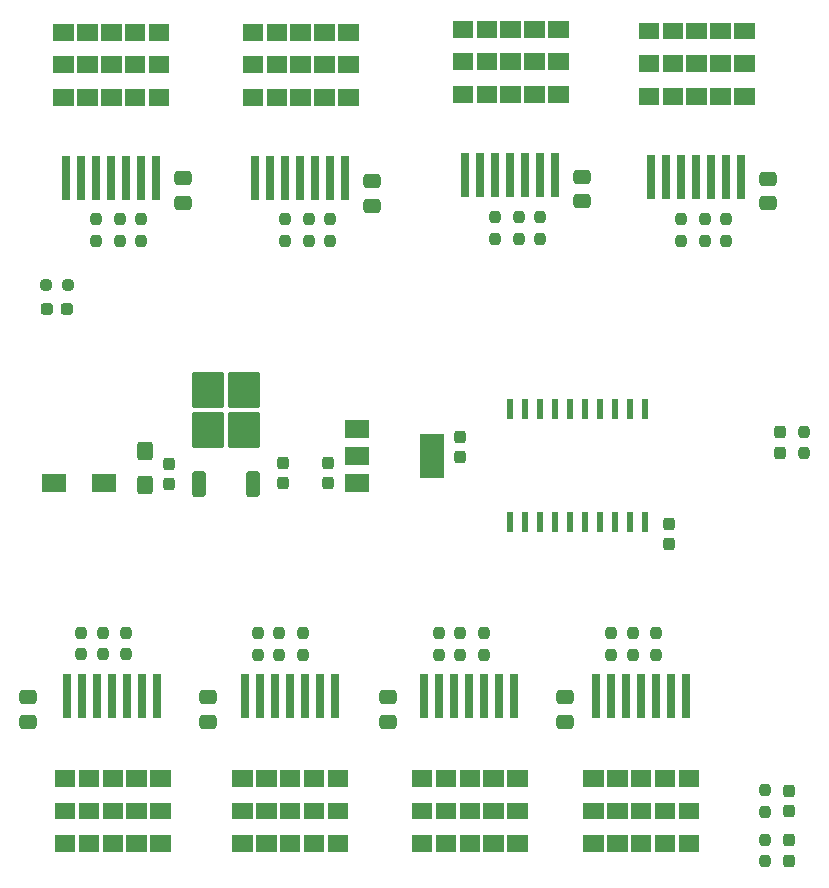
<source format=gbr>
%TF.GenerationSoftware,KiCad,Pcbnew,7.0.5*%
%TF.CreationDate,2023-10-05T13:57:49+07:00*%
%TF.ProjectId,Driver_motor,44726976-6572-45f6-9d6f-746f722e6b69,rev?*%
%TF.SameCoordinates,Original*%
%TF.FileFunction,Paste,Top*%
%TF.FilePolarity,Positive*%
%FSLAX46Y46*%
G04 Gerber Fmt 4.6, Leading zero omitted, Abs format (unit mm)*
G04 Created by KiCad (PCBNEW 7.0.5) date 2023-10-05 13:57:49*
%MOMM*%
%LPD*%
G01*
G04 APERTURE LIST*
G04 Aperture macros list*
%AMRoundRect*
0 Rectangle with rounded corners*
0 $1 Rounding radius*
0 $2 $3 $4 $5 $6 $7 $8 $9 X,Y pos of 4 corners*
0 Add a 4 corners polygon primitive as box body*
4,1,4,$2,$3,$4,$5,$6,$7,$8,$9,$2,$3,0*
0 Add four circle primitives for the rounded corners*
1,1,$1+$1,$2,$3*
1,1,$1+$1,$4,$5*
1,1,$1+$1,$6,$7*
1,1,$1+$1,$8,$9*
0 Add four rect primitives between the rounded corners*
20,1,$1+$1,$2,$3,$4,$5,0*
20,1,$1+$1,$4,$5,$6,$7,0*
20,1,$1+$1,$6,$7,$8,$9,0*
20,1,$1+$1,$8,$9,$2,$3,0*%
G04 Aperture macros list end*
%ADD10C,0.010000*%
%ADD11RoundRect,0.250000X-0.475000X0.337500X-0.475000X-0.337500X0.475000X-0.337500X0.475000X0.337500X0*%
%ADD12RoundRect,0.237500X-0.237500X0.250000X-0.237500X-0.250000X0.237500X-0.250000X0.237500X0.250000X0*%
%ADD13RoundRect,0.237500X0.237500X-0.250000X0.237500X0.250000X-0.237500X0.250000X-0.237500X-0.250000X0*%
%ADD14RoundRect,0.250000X0.475000X-0.337500X0.475000X0.337500X-0.475000X0.337500X-0.475000X-0.337500X0*%
%ADD15RoundRect,0.237500X-0.237500X0.300000X-0.237500X-0.300000X0.237500X-0.300000X0.237500X0.300000X0*%
%ADD16R,0.800000X3.810000*%
%ADD17RoundRect,0.250000X0.425000X-0.537500X0.425000X0.537500X-0.425000X0.537500X-0.425000X-0.537500X0*%
%ADD18RoundRect,0.237500X-0.250000X-0.237500X0.250000X-0.237500X0.250000X0.237500X-0.250000X0.237500X0*%
%ADD19RoundRect,0.250000X0.350000X-0.850000X0.350000X0.850000X-0.350000X0.850000X-0.350000X-0.850000X0*%
%ADD20RoundRect,0.250000X1.125000X-1.275000X1.125000X1.275000X-1.125000X1.275000X-1.125000X-1.275000X0*%
%ADD21R,2.090000X1.500000*%
%ADD22R,0.533400X1.803400*%
%ADD23RoundRect,0.237500X-0.237500X0.287500X-0.237500X-0.287500X0.237500X-0.287500X0.237500X0.287500X0*%
%ADD24RoundRect,0.237500X-0.287500X-0.237500X0.287500X-0.237500X0.287500X0.237500X-0.287500X0.237500X0*%
%ADD25R,2.000000X1.500000*%
%ADD26R,2.000000X3.800000*%
%ADD27RoundRect,0.237500X0.237500X-0.287500X0.237500X0.287500X-0.237500X0.287500X-0.237500X-0.287500X0*%
G04 APERTURE END LIST*
%TO.C,U10*%
D10*
X107100000Y-116061500D02*
X105450000Y-116061500D01*
X105450000Y-114711500D01*
X107100000Y-114711500D01*
X107100000Y-116061500D01*
G36*
X107100000Y-116061500D02*
G01*
X105450000Y-116061500D01*
X105450000Y-114711500D01*
X107100000Y-114711500D01*
X107100000Y-116061500D01*
G37*
X105080000Y-116061500D02*
X103430000Y-116061500D01*
X103430000Y-114711500D01*
X105080000Y-114711500D01*
X105080000Y-116061500D01*
G36*
X105080000Y-116061500D02*
G01*
X103430000Y-116061500D01*
X103430000Y-114711500D01*
X105080000Y-114711500D01*
X105080000Y-116061500D01*
G37*
X103060000Y-116061500D02*
X101410000Y-116061500D01*
X101410000Y-114711500D01*
X103060000Y-114711500D01*
X103060000Y-116061500D01*
G36*
X103060000Y-116061500D02*
G01*
X101410000Y-116061500D01*
X101410000Y-114711500D01*
X103060000Y-114711500D01*
X103060000Y-116061500D01*
G37*
X101040000Y-116061500D02*
X99390000Y-116061500D01*
X99390000Y-114711500D01*
X101040000Y-114711500D01*
X101040000Y-116061500D01*
G36*
X101040000Y-116061500D02*
G01*
X99390000Y-116061500D01*
X99390000Y-114711500D01*
X101040000Y-114711500D01*
X101040000Y-116061500D01*
G37*
X99020000Y-116061500D02*
X97370000Y-116061500D01*
X97370000Y-114711500D01*
X99020000Y-114711500D01*
X99020000Y-116061500D01*
G36*
X99020000Y-116061500D02*
G01*
X97370000Y-116061500D01*
X97370000Y-114711500D01*
X99020000Y-114711500D01*
X99020000Y-116061500D01*
G37*
X107100000Y-118821500D02*
X105450000Y-118821500D01*
X105450000Y-117471500D01*
X107100000Y-117471500D01*
X107100000Y-118821500D01*
G36*
X107100000Y-118821500D02*
G01*
X105450000Y-118821500D01*
X105450000Y-117471500D01*
X107100000Y-117471500D01*
X107100000Y-118821500D01*
G37*
X105080000Y-118821500D02*
X103430000Y-118821500D01*
X103430000Y-117471500D01*
X105080000Y-117471500D01*
X105080000Y-118821500D01*
G36*
X105080000Y-118821500D02*
G01*
X103430000Y-118821500D01*
X103430000Y-117471500D01*
X105080000Y-117471500D01*
X105080000Y-118821500D01*
G37*
X103060000Y-118821500D02*
X101410000Y-118821500D01*
X101410000Y-117471500D01*
X103060000Y-117471500D01*
X103060000Y-118821500D01*
G36*
X103060000Y-118821500D02*
G01*
X101410000Y-118821500D01*
X101410000Y-117471500D01*
X103060000Y-117471500D01*
X103060000Y-118821500D01*
G37*
X101040000Y-118821500D02*
X99390000Y-118821500D01*
X99390000Y-117471500D01*
X101040000Y-117471500D01*
X101040000Y-118821500D01*
G36*
X101040000Y-118821500D02*
G01*
X99390000Y-118821500D01*
X99390000Y-117471500D01*
X101040000Y-117471500D01*
X101040000Y-118821500D01*
G37*
X99020000Y-118821500D02*
X97370000Y-118821500D01*
X97370000Y-117471500D01*
X99020000Y-117471500D01*
X99020000Y-118821500D01*
G36*
X99020000Y-118821500D02*
G01*
X97370000Y-118821500D01*
X97370000Y-117471500D01*
X99020000Y-117471500D01*
X99020000Y-118821500D01*
G37*
X107100000Y-121581500D02*
X105450000Y-121581500D01*
X105450000Y-120231500D01*
X107100000Y-120231500D01*
X107100000Y-121581500D01*
G36*
X107100000Y-121581500D02*
G01*
X105450000Y-121581500D01*
X105450000Y-120231500D01*
X107100000Y-120231500D01*
X107100000Y-121581500D01*
G37*
X105080000Y-121581500D02*
X103430000Y-121581500D01*
X103430000Y-120231500D01*
X105080000Y-120231500D01*
X105080000Y-121581500D01*
G36*
X105080000Y-121581500D02*
G01*
X103430000Y-121581500D01*
X103430000Y-120231500D01*
X105080000Y-120231500D01*
X105080000Y-121581500D01*
G37*
X103060000Y-121581500D02*
X101410000Y-121581500D01*
X101410000Y-120231500D01*
X103060000Y-120231500D01*
X103060000Y-121581500D01*
G36*
X103060000Y-121581500D02*
G01*
X101410000Y-121581500D01*
X101410000Y-120231500D01*
X103060000Y-120231500D01*
X103060000Y-121581500D01*
G37*
X101040000Y-121581500D02*
X99390000Y-121581500D01*
X99390000Y-120231500D01*
X101040000Y-120231500D01*
X101040000Y-121581500D01*
G36*
X101040000Y-121581500D02*
G01*
X99390000Y-121581500D01*
X99390000Y-120231500D01*
X101040000Y-120231500D01*
X101040000Y-121581500D01*
G37*
X99020000Y-121581500D02*
X97370000Y-121581500D01*
X97370000Y-120231500D01*
X99020000Y-120231500D01*
X99020000Y-121581500D01*
G36*
X99020000Y-121581500D02*
G01*
X97370000Y-121581500D01*
X97370000Y-120231500D01*
X99020000Y-120231500D01*
X99020000Y-121581500D01*
G37*
%TO.C,U9*%
X136818000Y-116061500D02*
X135168000Y-116061500D01*
X135168000Y-114711500D01*
X136818000Y-114711500D01*
X136818000Y-116061500D01*
G36*
X136818000Y-116061500D02*
G01*
X135168000Y-116061500D01*
X135168000Y-114711500D01*
X136818000Y-114711500D01*
X136818000Y-116061500D01*
G37*
X134798000Y-116061500D02*
X133148000Y-116061500D01*
X133148000Y-114711500D01*
X134798000Y-114711500D01*
X134798000Y-116061500D01*
G36*
X134798000Y-116061500D02*
G01*
X133148000Y-116061500D01*
X133148000Y-114711500D01*
X134798000Y-114711500D01*
X134798000Y-116061500D01*
G37*
X132778000Y-116061500D02*
X131128000Y-116061500D01*
X131128000Y-114711500D01*
X132778000Y-114711500D01*
X132778000Y-116061500D01*
G36*
X132778000Y-116061500D02*
G01*
X131128000Y-116061500D01*
X131128000Y-114711500D01*
X132778000Y-114711500D01*
X132778000Y-116061500D01*
G37*
X130758000Y-116061500D02*
X129108000Y-116061500D01*
X129108000Y-114711500D01*
X130758000Y-114711500D01*
X130758000Y-116061500D01*
G36*
X130758000Y-116061500D02*
G01*
X129108000Y-116061500D01*
X129108000Y-114711500D01*
X130758000Y-114711500D01*
X130758000Y-116061500D01*
G37*
X128738000Y-116061500D02*
X127088000Y-116061500D01*
X127088000Y-114711500D01*
X128738000Y-114711500D01*
X128738000Y-116061500D01*
G36*
X128738000Y-116061500D02*
G01*
X127088000Y-116061500D01*
X127088000Y-114711500D01*
X128738000Y-114711500D01*
X128738000Y-116061500D01*
G37*
X136818000Y-118821500D02*
X135168000Y-118821500D01*
X135168000Y-117471500D01*
X136818000Y-117471500D01*
X136818000Y-118821500D01*
G36*
X136818000Y-118821500D02*
G01*
X135168000Y-118821500D01*
X135168000Y-117471500D01*
X136818000Y-117471500D01*
X136818000Y-118821500D01*
G37*
X134798000Y-118821500D02*
X133148000Y-118821500D01*
X133148000Y-117471500D01*
X134798000Y-117471500D01*
X134798000Y-118821500D01*
G36*
X134798000Y-118821500D02*
G01*
X133148000Y-118821500D01*
X133148000Y-117471500D01*
X134798000Y-117471500D01*
X134798000Y-118821500D01*
G37*
X132778000Y-118821500D02*
X131128000Y-118821500D01*
X131128000Y-117471500D01*
X132778000Y-117471500D01*
X132778000Y-118821500D01*
G36*
X132778000Y-118821500D02*
G01*
X131128000Y-118821500D01*
X131128000Y-117471500D01*
X132778000Y-117471500D01*
X132778000Y-118821500D01*
G37*
X130758000Y-118821500D02*
X129108000Y-118821500D01*
X129108000Y-117471500D01*
X130758000Y-117471500D01*
X130758000Y-118821500D01*
G36*
X130758000Y-118821500D02*
G01*
X129108000Y-118821500D01*
X129108000Y-117471500D01*
X130758000Y-117471500D01*
X130758000Y-118821500D01*
G37*
X128738000Y-118821500D02*
X127088000Y-118821500D01*
X127088000Y-117471500D01*
X128738000Y-117471500D01*
X128738000Y-118821500D01*
G36*
X128738000Y-118821500D02*
G01*
X127088000Y-118821500D01*
X127088000Y-117471500D01*
X128738000Y-117471500D01*
X128738000Y-118821500D01*
G37*
X136818000Y-121581500D02*
X135168000Y-121581500D01*
X135168000Y-120231500D01*
X136818000Y-120231500D01*
X136818000Y-121581500D01*
G36*
X136818000Y-121581500D02*
G01*
X135168000Y-121581500D01*
X135168000Y-120231500D01*
X136818000Y-120231500D01*
X136818000Y-121581500D01*
G37*
X134798000Y-121581500D02*
X133148000Y-121581500D01*
X133148000Y-120231500D01*
X134798000Y-120231500D01*
X134798000Y-121581500D01*
G36*
X134798000Y-121581500D02*
G01*
X133148000Y-121581500D01*
X133148000Y-120231500D01*
X134798000Y-120231500D01*
X134798000Y-121581500D01*
G37*
X132778000Y-121581500D02*
X131128000Y-121581500D01*
X131128000Y-120231500D01*
X132778000Y-120231500D01*
X132778000Y-121581500D01*
G36*
X132778000Y-121581500D02*
G01*
X131128000Y-121581500D01*
X131128000Y-120231500D01*
X132778000Y-120231500D01*
X132778000Y-121581500D01*
G37*
X130758000Y-121581500D02*
X129108000Y-121581500D01*
X129108000Y-120231500D01*
X130758000Y-120231500D01*
X130758000Y-121581500D01*
G36*
X130758000Y-121581500D02*
G01*
X129108000Y-121581500D01*
X129108000Y-120231500D01*
X130758000Y-120231500D01*
X130758000Y-121581500D01*
G37*
X128738000Y-121581500D02*
X127088000Y-121581500D01*
X127088000Y-120231500D01*
X128738000Y-120231500D01*
X128738000Y-121581500D01*
G36*
X128738000Y-121581500D02*
G01*
X127088000Y-121581500D01*
X127088000Y-120231500D01*
X128738000Y-120231500D01*
X128738000Y-121581500D01*
G37*
%TO.C,U2*%
X99909000Y-58399000D02*
X98259000Y-58399000D01*
X98259000Y-57049000D01*
X99909000Y-57049000D01*
X99909000Y-58399000D01*
G36*
X99909000Y-58399000D02*
G01*
X98259000Y-58399000D01*
X98259000Y-57049000D01*
X99909000Y-57049000D01*
X99909000Y-58399000D01*
G37*
X101929000Y-58399000D02*
X100279000Y-58399000D01*
X100279000Y-57049000D01*
X101929000Y-57049000D01*
X101929000Y-58399000D01*
G36*
X101929000Y-58399000D02*
G01*
X100279000Y-58399000D01*
X100279000Y-57049000D01*
X101929000Y-57049000D01*
X101929000Y-58399000D01*
G37*
X103949000Y-58399000D02*
X102299000Y-58399000D01*
X102299000Y-57049000D01*
X103949000Y-57049000D01*
X103949000Y-58399000D01*
G36*
X103949000Y-58399000D02*
G01*
X102299000Y-58399000D01*
X102299000Y-57049000D01*
X103949000Y-57049000D01*
X103949000Y-58399000D01*
G37*
X105969000Y-58399000D02*
X104319000Y-58399000D01*
X104319000Y-57049000D01*
X105969000Y-57049000D01*
X105969000Y-58399000D01*
G36*
X105969000Y-58399000D02*
G01*
X104319000Y-58399000D01*
X104319000Y-57049000D01*
X105969000Y-57049000D01*
X105969000Y-58399000D01*
G37*
X107989000Y-58399000D02*
X106339000Y-58399000D01*
X106339000Y-57049000D01*
X107989000Y-57049000D01*
X107989000Y-58399000D01*
G36*
X107989000Y-58399000D02*
G01*
X106339000Y-58399000D01*
X106339000Y-57049000D01*
X107989000Y-57049000D01*
X107989000Y-58399000D01*
G37*
X99909000Y-55639000D02*
X98259000Y-55639000D01*
X98259000Y-54289000D01*
X99909000Y-54289000D01*
X99909000Y-55639000D01*
G36*
X99909000Y-55639000D02*
G01*
X98259000Y-55639000D01*
X98259000Y-54289000D01*
X99909000Y-54289000D01*
X99909000Y-55639000D01*
G37*
X101929000Y-55639000D02*
X100279000Y-55639000D01*
X100279000Y-54289000D01*
X101929000Y-54289000D01*
X101929000Y-55639000D01*
G36*
X101929000Y-55639000D02*
G01*
X100279000Y-55639000D01*
X100279000Y-54289000D01*
X101929000Y-54289000D01*
X101929000Y-55639000D01*
G37*
X103949000Y-55639000D02*
X102299000Y-55639000D01*
X102299000Y-54289000D01*
X103949000Y-54289000D01*
X103949000Y-55639000D01*
G36*
X103949000Y-55639000D02*
G01*
X102299000Y-55639000D01*
X102299000Y-54289000D01*
X103949000Y-54289000D01*
X103949000Y-55639000D01*
G37*
X105969000Y-55639000D02*
X104319000Y-55639000D01*
X104319000Y-54289000D01*
X105969000Y-54289000D01*
X105969000Y-55639000D01*
G36*
X105969000Y-55639000D02*
G01*
X104319000Y-55639000D01*
X104319000Y-54289000D01*
X105969000Y-54289000D01*
X105969000Y-55639000D01*
G37*
X107989000Y-55639000D02*
X106339000Y-55639000D01*
X106339000Y-54289000D01*
X107989000Y-54289000D01*
X107989000Y-55639000D01*
G36*
X107989000Y-55639000D02*
G01*
X106339000Y-55639000D01*
X106339000Y-54289000D01*
X107989000Y-54289000D01*
X107989000Y-55639000D01*
G37*
X99909000Y-52879000D02*
X98259000Y-52879000D01*
X98259000Y-51529000D01*
X99909000Y-51529000D01*
X99909000Y-52879000D01*
G36*
X99909000Y-52879000D02*
G01*
X98259000Y-52879000D01*
X98259000Y-51529000D01*
X99909000Y-51529000D01*
X99909000Y-52879000D01*
G37*
X101929000Y-52879000D02*
X100279000Y-52879000D01*
X100279000Y-51529000D01*
X101929000Y-51529000D01*
X101929000Y-52879000D01*
G36*
X101929000Y-52879000D02*
G01*
X100279000Y-52879000D01*
X100279000Y-51529000D01*
X101929000Y-51529000D01*
X101929000Y-52879000D01*
G37*
X103949000Y-52879000D02*
X102299000Y-52879000D01*
X102299000Y-51529000D01*
X103949000Y-51529000D01*
X103949000Y-52879000D01*
G36*
X103949000Y-52879000D02*
G01*
X102299000Y-52879000D01*
X102299000Y-51529000D01*
X103949000Y-51529000D01*
X103949000Y-52879000D01*
G37*
X105969000Y-52879000D02*
X104319000Y-52879000D01*
X104319000Y-51529000D01*
X105969000Y-51529000D01*
X105969000Y-52879000D01*
G36*
X105969000Y-52879000D02*
G01*
X104319000Y-52879000D01*
X104319000Y-51529000D01*
X105969000Y-51529000D01*
X105969000Y-52879000D01*
G37*
X107989000Y-52879000D02*
X106339000Y-52879000D01*
X106339000Y-51529000D01*
X107989000Y-51529000D01*
X107989000Y-52879000D01*
G36*
X107989000Y-52879000D02*
G01*
X106339000Y-52879000D01*
X106339000Y-51529000D01*
X107989000Y-51529000D01*
X107989000Y-52879000D01*
G37*
%TO.C,U6*%
X122314000Y-116061500D02*
X120664000Y-116061500D01*
X120664000Y-114711500D01*
X122314000Y-114711500D01*
X122314000Y-116061500D01*
G36*
X122314000Y-116061500D02*
G01*
X120664000Y-116061500D01*
X120664000Y-114711500D01*
X122314000Y-114711500D01*
X122314000Y-116061500D01*
G37*
X120294000Y-116061500D02*
X118644000Y-116061500D01*
X118644000Y-114711500D01*
X120294000Y-114711500D01*
X120294000Y-116061500D01*
G36*
X120294000Y-116061500D02*
G01*
X118644000Y-116061500D01*
X118644000Y-114711500D01*
X120294000Y-114711500D01*
X120294000Y-116061500D01*
G37*
X118274000Y-116061500D02*
X116624000Y-116061500D01*
X116624000Y-114711500D01*
X118274000Y-114711500D01*
X118274000Y-116061500D01*
G36*
X118274000Y-116061500D02*
G01*
X116624000Y-116061500D01*
X116624000Y-114711500D01*
X118274000Y-114711500D01*
X118274000Y-116061500D01*
G37*
X116254000Y-116061500D02*
X114604000Y-116061500D01*
X114604000Y-114711500D01*
X116254000Y-114711500D01*
X116254000Y-116061500D01*
G36*
X116254000Y-116061500D02*
G01*
X114604000Y-116061500D01*
X114604000Y-114711500D01*
X116254000Y-114711500D01*
X116254000Y-116061500D01*
G37*
X114234000Y-116061500D02*
X112584000Y-116061500D01*
X112584000Y-114711500D01*
X114234000Y-114711500D01*
X114234000Y-116061500D01*
G36*
X114234000Y-116061500D02*
G01*
X112584000Y-116061500D01*
X112584000Y-114711500D01*
X114234000Y-114711500D01*
X114234000Y-116061500D01*
G37*
X122314000Y-118821500D02*
X120664000Y-118821500D01*
X120664000Y-117471500D01*
X122314000Y-117471500D01*
X122314000Y-118821500D01*
G36*
X122314000Y-118821500D02*
G01*
X120664000Y-118821500D01*
X120664000Y-117471500D01*
X122314000Y-117471500D01*
X122314000Y-118821500D01*
G37*
X120294000Y-118821500D02*
X118644000Y-118821500D01*
X118644000Y-117471500D01*
X120294000Y-117471500D01*
X120294000Y-118821500D01*
G36*
X120294000Y-118821500D02*
G01*
X118644000Y-118821500D01*
X118644000Y-117471500D01*
X120294000Y-117471500D01*
X120294000Y-118821500D01*
G37*
X118274000Y-118821500D02*
X116624000Y-118821500D01*
X116624000Y-117471500D01*
X118274000Y-117471500D01*
X118274000Y-118821500D01*
G36*
X118274000Y-118821500D02*
G01*
X116624000Y-118821500D01*
X116624000Y-117471500D01*
X118274000Y-117471500D01*
X118274000Y-118821500D01*
G37*
X116254000Y-118821500D02*
X114604000Y-118821500D01*
X114604000Y-117471500D01*
X116254000Y-117471500D01*
X116254000Y-118821500D01*
G36*
X116254000Y-118821500D02*
G01*
X114604000Y-118821500D01*
X114604000Y-117471500D01*
X116254000Y-117471500D01*
X116254000Y-118821500D01*
G37*
X114234000Y-118821500D02*
X112584000Y-118821500D01*
X112584000Y-117471500D01*
X114234000Y-117471500D01*
X114234000Y-118821500D01*
G36*
X114234000Y-118821500D02*
G01*
X112584000Y-118821500D01*
X112584000Y-117471500D01*
X114234000Y-117471500D01*
X114234000Y-118821500D01*
G37*
X122314000Y-121581500D02*
X120664000Y-121581500D01*
X120664000Y-120231500D01*
X122314000Y-120231500D01*
X122314000Y-121581500D01*
G36*
X122314000Y-121581500D02*
G01*
X120664000Y-121581500D01*
X120664000Y-120231500D01*
X122314000Y-120231500D01*
X122314000Y-121581500D01*
G37*
X120294000Y-121581500D02*
X118644000Y-121581500D01*
X118644000Y-120231500D01*
X120294000Y-120231500D01*
X120294000Y-121581500D01*
G36*
X120294000Y-121581500D02*
G01*
X118644000Y-121581500D01*
X118644000Y-120231500D01*
X120294000Y-120231500D01*
X120294000Y-121581500D01*
G37*
X118274000Y-121581500D02*
X116624000Y-121581500D01*
X116624000Y-120231500D01*
X118274000Y-120231500D01*
X118274000Y-121581500D01*
G36*
X118274000Y-121581500D02*
G01*
X116624000Y-121581500D01*
X116624000Y-120231500D01*
X118274000Y-120231500D01*
X118274000Y-121581500D01*
G37*
X116254000Y-121581500D02*
X114604000Y-121581500D01*
X114604000Y-120231500D01*
X116254000Y-120231500D01*
X116254000Y-121581500D01*
G36*
X116254000Y-121581500D02*
G01*
X114604000Y-121581500D01*
X114604000Y-120231500D01*
X116254000Y-120231500D01*
X116254000Y-121581500D01*
G37*
X114234000Y-121581500D02*
X112584000Y-121581500D01*
X112584000Y-120231500D01*
X114234000Y-120231500D01*
X114234000Y-121581500D01*
G36*
X114234000Y-121581500D02*
G01*
X112584000Y-121581500D01*
X112584000Y-120231500D01*
X114234000Y-120231500D01*
X114234000Y-121581500D01*
G37*
%TO.C,U3*%
X117689000Y-58145000D02*
X116039000Y-58145000D01*
X116039000Y-56795000D01*
X117689000Y-56795000D01*
X117689000Y-58145000D01*
G36*
X117689000Y-58145000D02*
G01*
X116039000Y-58145000D01*
X116039000Y-56795000D01*
X117689000Y-56795000D01*
X117689000Y-58145000D01*
G37*
X119709000Y-58145000D02*
X118059000Y-58145000D01*
X118059000Y-56795000D01*
X119709000Y-56795000D01*
X119709000Y-58145000D01*
G36*
X119709000Y-58145000D02*
G01*
X118059000Y-58145000D01*
X118059000Y-56795000D01*
X119709000Y-56795000D01*
X119709000Y-58145000D01*
G37*
X121729000Y-58145000D02*
X120079000Y-58145000D01*
X120079000Y-56795000D01*
X121729000Y-56795000D01*
X121729000Y-58145000D01*
G36*
X121729000Y-58145000D02*
G01*
X120079000Y-58145000D01*
X120079000Y-56795000D01*
X121729000Y-56795000D01*
X121729000Y-58145000D01*
G37*
X123749000Y-58145000D02*
X122099000Y-58145000D01*
X122099000Y-56795000D01*
X123749000Y-56795000D01*
X123749000Y-58145000D01*
G36*
X123749000Y-58145000D02*
G01*
X122099000Y-58145000D01*
X122099000Y-56795000D01*
X123749000Y-56795000D01*
X123749000Y-58145000D01*
G37*
X125769000Y-58145000D02*
X124119000Y-58145000D01*
X124119000Y-56795000D01*
X125769000Y-56795000D01*
X125769000Y-58145000D01*
G36*
X125769000Y-58145000D02*
G01*
X124119000Y-58145000D01*
X124119000Y-56795000D01*
X125769000Y-56795000D01*
X125769000Y-58145000D01*
G37*
X117689000Y-55385000D02*
X116039000Y-55385000D01*
X116039000Y-54035000D01*
X117689000Y-54035000D01*
X117689000Y-55385000D01*
G36*
X117689000Y-55385000D02*
G01*
X116039000Y-55385000D01*
X116039000Y-54035000D01*
X117689000Y-54035000D01*
X117689000Y-55385000D01*
G37*
X119709000Y-55385000D02*
X118059000Y-55385000D01*
X118059000Y-54035000D01*
X119709000Y-54035000D01*
X119709000Y-55385000D01*
G36*
X119709000Y-55385000D02*
G01*
X118059000Y-55385000D01*
X118059000Y-54035000D01*
X119709000Y-54035000D01*
X119709000Y-55385000D01*
G37*
X121729000Y-55385000D02*
X120079000Y-55385000D01*
X120079000Y-54035000D01*
X121729000Y-54035000D01*
X121729000Y-55385000D01*
G36*
X121729000Y-55385000D02*
G01*
X120079000Y-55385000D01*
X120079000Y-54035000D01*
X121729000Y-54035000D01*
X121729000Y-55385000D01*
G37*
X123749000Y-55385000D02*
X122099000Y-55385000D01*
X122099000Y-54035000D01*
X123749000Y-54035000D01*
X123749000Y-55385000D01*
G36*
X123749000Y-55385000D02*
G01*
X122099000Y-55385000D01*
X122099000Y-54035000D01*
X123749000Y-54035000D01*
X123749000Y-55385000D01*
G37*
X125769000Y-55385000D02*
X124119000Y-55385000D01*
X124119000Y-54035000D01*
X125769000Y-54035000D01*
X125769000Y-55385000D01*
G36*
X125769000Y-55385000D02*
G01*
X124119000Y-55385000D01*
X124119000Y-54035000D01*
X125769000Y-54035000D01*
X125769000Y-55385000D01*
G37*
X117689000Y-52625000D02*
X116039000Y-52625000D01*
X116039000Y-51275000D01*
X117689000Y-51275000D01*
X117689000Y-52625000D01*
G36*
X117689000Y-52625000D02*
G01*
X116039000Y-52625000D01*
X116039000Y-51275000D01*
X117689000Y-51275000D01*
X117689000Y-52625000D01*
G37*
X119709000Y-52625000D02*
X118059000Y-52625000D01*
X118059000Y-51275000D01*
X119709000Y-51275000D01*
X119709000Y-52625000D01*
G36*
X119709000Y-52625000D02*
G01*
X118059000Y-52625000D01*
X118059000Y-51275000D01*
X119709000Y-51275000D01*
X119709000Y-52625000D01*
G37*
X121729000Y-52625000D02*
X120079000Y-52625000D01*
X120079000Y-51275000D01*
X121729000Y-51275000D01*
X121729000Y-52625000D01*
G36*
X121729000Y-52625000D02*
G01*
X120079000Y-52625000D01*
X120079000Y-51275000D01*
X121729000Y-51275000D01*
X121729000Y-52625000D01*
G37*
X123749000Y-52625000D02*
X122099000Y-52625000D01*
X122099000Y-51275000D01*
X123749000Y-51275000D01*
X123749000Y-52625000D01*
G36*
X123749000Y-52625000D02*
G01*
X122099000Y-52625000D01*
X122099000Y-51275000D01*
X123749000Y-51275000D01*
X123749000Y-52625000D01*
G37*
X125769000Y-52625000D02*
X124119000Y-52625000D01*
X124119000Y-51275000D01*
X125769000Y-51275000D01*
X125769000Y-52625000D01*
G36*
X125769000Y-52625000D02*
G01*
X124119000Y-52625000D01*
X124119000Y-51275000D01*
X125769000Y-51275000D01*
X125769000Y-52625000D01*
G37*
%TO.C,U4*%
X83881000Y-58399000D02*
X82231000Y-58399000D01*
X82231000Y-57049000D01*
X83881000Y-57049000D01*
X83881000Y-58399000D01*
G36*
X83881000Y-58399000D02*
G01*
X82231000Y-58399000D01*
X82231000Y-57049000D01*
X83881000Y-57049000D01*
X83881000Y-58399000D01*
G37*
X85901000Y-58399000D02*
X84251000Y-58399000D01*
X84251000Y-57049000D01*
X85901000Y-57049000D01*
X85901000Y-58399000D01*
G36*
X85901000Y-58399000D02*
G01*
X84251000Y-58399000D01*
X84251000Y-57049000D01*
X85901000Y-57049000D01*
X85901000Y-58399000D01*
G37*
X87921000Y-58399000D02*
X86271000Y-58399000D01*
X86271000Y-57049000D01*
X87921000Y-57049000D01*
X87921000Y-58399000D01*
G36*
X87921000Y-58399000D02*
G01*
X86271000Y-58399000D01*
X86271000Y-57049000D01*
X87921000Y-57049000D01*
X87921000Y-58399000D01*
G37*
X89941000Y-58399000D02*
X88291000Y-58399000D01*
X88291000Y-57049000D01*
X89941000Y-57049000D01*
X89941000Y-58399000D01*
G36*
X89941000Y-58399000D02*
G01*
X88291000Y-58399000D01*
X88291000Y-57049000D01*
X89941000Y-57049000D01*
X89941000Y-58399000D01*
G37*
X91961000Y-58399000D02*
X90311000Y-58399000D01*
X90311000Y-57049000D01*
X91961000Y-57049000D01*
X91961000Y-58399000D01*
G36*
X91961000Y-58399000D02*
G01*
X90311000Y-58399000D01*
X90311000Y-57049000D01*
X91961000Y-57049000D01*
X91961000Y-58399000D01*
G37*
X83881000Y-55639000D02*
X82231000Y-55639000D01*
X82231000Y-54289000D01*
X83881000Y-54289000D01*
X83881000Y-55639000D01*
G36*
X83881000Y-55639000D02*
G01*
X82231000Y-55639000D01*
X82231000Y-54289000D01*
X83881000Y-54289000D01*
X83881000Y-55639000D01*
G37*
X85901000Y-55639000D02*
X84251000Y-55639000D01*
X84251000Y-54289000D01*
X85901000Y-54289000D01*
X85901000Y-55639000D01*
G36*
X85901000Y-55639000D02*
G01*
X84251000Y-55639000D01*
X84251000Y-54289000D01*
X85901000Y-54289000D01*
X85901000Y-55639000D01*
G37*
X87921000Y-55639000D02*
X86271000Y-55639000D01*
X86271000Y-54289000D01*
X87921000Y-54289000D01*
X87921000Y-55639000D01*
G36*
X87921000Y-55639000D02*
G01*
X86271000Y-55639000D01*
X86271000Y-54289000D01*
X87921000Y-54289000D01*
X87921000Y-55639000D01*
G37*
X89941000Y-55639000D02*
X88291000Y-55639000D01*
X88291000Y-54289000D01*
X89941000Y-54289000D01*
X89941000Y-55639000D01*
G36*
X89941000Y-55639000D02*
G01*
X88291000Y-55639000D01*
X88291000Y-54289000D01*
X89941000Y-54289000D01*
X89941000Y-55639000D01*
G37*
X91961000Y-55639000D02*
X90311000Y-55639000D01*
X90311000Y-54289000D01*
X91961000Y-54289000D01*
X91961000Y-55639000D01*
G36*
X91961000Y-55639000D02*
G01*
X90311000Y-55639000D01*
X90311000Y-54289000D01*
X91961000Y-54289000D01*
X91961000Y-55639000D01*
G37*
X83881000Y-52879000D02*
X82231000Y-52879000D01*
X82231000Y-51529000D01*
X83881000Y-51529000D01*
X83881000Y-52879000D01*
G36*
X83881000Y-52879000D02*
G01*
X82231000Y-52879000D01*
X82231000Y-51529000D01*
X83881000Y-51529000D01*
X83881000Y-52879000D01*
G37*
X85901000Y-52879000D02*
X84251000Y-52879000D01*
X84251000Y-51529000D01*
X85901000Y-51529000D01*
X85901000Y-52879000D01*
G36*
X85901000Y-52879000D02*
G01*
X84251000Y-52879000D01*
X84251000Y-51529000D01*
X85901000Y-51529000D01*
X85901000Y-52879000D01*
G37*
X87921000Y-52879000D02*
X86271000Y-52879000D01*
X86271000Y-51529000D01*
X87921000Y-51529000D01*
X87921000Y-52879000D01*
G36*
X87921000Y-52879000D02*
G01*
X86271000Y-52879000D01*
X86271000Y-51529000D01*
X87921000Y-51529000D01*
X87921000Y-52879000D01*
G37*
X89941000Y-52879000D02*
X88291000Y-52879000D01*
X88291000Y-51529000D01*
X89941000Y-51529000D01*
X89941000Y-52879000D01*
G36*
X89941000Y-52879000D02*
G01*
X88291000Y-52879000D01*
X88291000Y-51529000D01*
X89941000Y-51529000D01*
X89941000Y-52879000D01*
G37*
X91961000Y-52879000D02*
X90311000Y-52879000D01*
X90311000Y-51529000D01*
X91961000Y-51529000D01*
X91961000Y-52879000D01*
G36*
X91961000Y-52879000D02*
G01*
X90311000Y-52879000D01*
X90311000Y-51529000D01*
X91961000Y-51529000D01*
X91961000Y-52879000D01*
G37*
%TO.C,U1*%
X133437000Y-58299000D02*
X131787000Y-58299000D01*
X131787000Y-56949000D01*
X133437000Y-56949000D01*
X133437000Y-58299000D01*
G36*
X133437000Y-58299000D02*
G01*
X131787000Y-58299000D01*
X131787000Y-56949000D01*
X133437000Y-56949000D01*
X133437000Y-58299000D01*
G37*
X135457000Y-58299000D02*
X133807000Y-58299000D01*
X133807000Y-56949000D01*
X135457000Y-56949000D01*
X135457000Y-58299000D01*
G36*
X135457000Y-58299000D02*
G01*
X133807000Y-58299000D01*
X133807000Y-56949000D01*
X135457000Y-56949000D01*
X135457000Y-58299000D01*
G37*
X137477000Y-58299000D02*
X135827000Y-58299000D01*
X135827000Y-56949000D01*
X137477000Y-56949000D01*
X137477000Y-58299000D01*
G36*
X137477000Y-58299000D02*
G01*
X135827000Y-58299000D01*
X135827000Y-56949000D01*
X137477000Y-56949000D01*
X137477000Y-58299000D01*
G37*
X139497000Y-58299000D02*
X137847000Y-58299000D01*
X137847000Y-56949000D01*
X139497000Y-56949000D01*
X139497000Y-58299000D01*
G36*
X139497000Y-58299000D02*
G01*
X137847000Y-58299000D01*
X137847000Y-56949000D01*
X139497000Y-56949000D01*
X139497000Y-58299000D01*
G37*
X141517000Y-58299000D02*
X139867000Y-58299000D01*
X139867000Y-56949000D01*
X141517000Y-56949000D01*
X141517000Y-58299000D01*
G36*
X141517000Y-58299000D02*
G01*
X139867000Y-58299000D01*
X139867000Y-56949000D01*
X141517000Y-56949000D01*
X141517000Y-58299000D01*
G37*
X133437000Y-55539000D02*
X131787000Y-55539000D01*
X131787000Y-54189000D01*
X133437000Y-54189000D01*
X133437000Y-55539000D01*
G36*
X133437000Y-55539000D02*
G01*
X131787000Y-55539000D01*
X131787000Y-54189000D01*
X133437000Y-54189000D01*
X133437000Y-55539000D01*
G37*
X135457000Y-55539000D02*
X133807000Y-55539000D01*
X133807000Y-54189000D01*
X135457000Y-54189000D01*
X135457000Y-55539000D01*
G36*
X135457000Y-55539000D02*
G01*
X133807000Y-55539000D01*
X133807000Y-54189000D01*
X135457000Y-54189000D01*
X135457000Y-55539000D01*
G37*
X137477000Y-55539000D02*
X135827000Y-55539000D01*
X135827000Y-54189000D01*
X137477000Y-54189000D01*
X137477000Y-55539000D01*
G36*
X137477000Y-55539000D02*
G01*
X135827000Y-55539000D01*
X135827000Y-54189000D01*
X137477000Y-54189000D01*
X137477000Y-55539000D01*
G37*
X139497000Y-55539000D02*
X137847000Y-55539000D01*
X137847000Y-54189000D01*
X139497000Y-54189000D01*
X139497000Y-55539000D01*
G36*
X139497000Y-55539000D02*
G01*
X137847000Y-55539000D01*
X137847000Y-54189000D01*
X139497000Y-54189000D01*
X139497000Y-55539000D01*
G37*
X141517000Y-55539000D02*
X139867000Y-55539000D01*
X139867000Y-54189000D01*
X141517000Y-54189000D01*
X141517000Y-55539000D01*
G36*
X141517000Y-55539000D02*
G01*
X139867000Y-55539000D01*
X139867000Y-54189000D01*
X141517000Y-54189000D01*
X141517000Y-55539000D01*
G37*
X133437000Y-52779000D02*
X131787000Y-52779000D01*
X131787000Y-51429000D01*
X133437000Y-51429000D01*
X133437000Y-52779000D01*
G36*
X133437000Y-52779000D02*
G01*
X131787000Y-52779000D01*
X131787000Y-51429000D01*
X133437000Y-51429000D01*
X133437000Y-52779000D01*
G37*
X135457000Y-52779000D02*
X133807000Y-52779000D01*
X133807000Y-51429000D01*
X135457000Y-51429000D01*
X135457000Y-52779000D01*
G36*
X135457000Y-52779000D02*
G01*
X133807000Y-52779000D01*
X133807000Y-51429000D01*
X135457000Y-51429000D01*
X135457000Y-52779000D01*
G37*
X137477000Y-52779000D02*
X135827000Y-52779000D01*
X135827000Y-51429000D01*
X137477000Y-51429000D01*
X137477000Y-52779000D01*
G36*
X137477000Y-52779000D02*
G01*
X135827000Y-52779000D01*
X135827000Y-51429000D01*
X137477000Y-51429000D01*
X137477000Y-52779000D01*
G37*
X139497000Y-52779000D02*
X137847000Y-52779000D01*
X137847000Y-51429000D01*
X139497000Y-51429000D01*
X139497000Y-52779000D01*
G36*
X139497000Y-52779000D02*
G01*
X137847000Y-52779000D01*
X137847000Y-51429000D01*
X139497000Y-51429000D01*
X139497000Y-52779000D01*
G37*
X141517000Y-52779000D02*
X139867000Y-52779000D01*
X139867000Y-51429000D01*
X141517000Y-51429000D01*
X141517000Y-52779000D01*
G36*
X141517000Y-52779000D02*
G01*
X139867000Y-52779000D01*
X139867000Y-51429000D01*
X141517000Y-51429000D01*
X141517000Y-52779000D01*
G37*
%TO.C,U7*%
X92088000Y-116061500D02*
X90438000Y-116061500D01*
X90438000Y-114711500D01*
X92088000Y-114711500D01*
X92088000Y-116061500D01*
G36*
X92088000Y-116061500D02*
G01*
X90438000Y-116061500D01*
X90438000Y-114711500D01*
X92088000Y-114711500D01*
X92088000Y-116061500D01*
G37*
X90068000Y-116061500D02*
X88418000Y-116061500D01*
X88418000Y-114711500D01*
X90068000Y-114711500D01*
X90068000Y-116061500D01*
G36*
X90068000Y-116061500D02*
G01*
X88418000Y-116061500D01*
X88418000Y-114711500D01*
X90068000Y-114711500D01*
X90068000Y-116061500D01*
G37*
X88048000Y-116061500D02*
X86398000Y-116061500D01*
X86398000Y-114711500D01*
X88048000Y-114711500D01*
X88048000Y-116061500D01*
G36*
X88048000Y-116061500D02*
G01*
X86398000Y-116061500D01*
X86398000Y-114711500D01*
X88048000Y-114711500D01*
X88048000Y-116061500D01*
G37*
X86028000Y-116061500D02*
X84378000Y-116061500D01*
X84378000Y-114711500D01*
X86028000Y-114711500D01*
X86028000Y-116061500D01*
G36*
X86028000Y-116061500D02*
G01*
X84378000Y-116061500D01*
X84378000Y-114711500D01*
X86028000Y-114711500D01*
X86028000Y-116061500D01*
G37*
X84008000Y-116061500D02*
X82358000Y-116061500D01*
X82358000Y-114711500D01*
X84008000Y-114711500D01*
X84008000Y-116061500D01*
G36*
X84008000Y-116061500D02*
G01*
X82358000Y-116061500D01*
X82358000Y-114711500D01*
X84008000Y-114711500D01*
X84008000Y-116061500D01*
G37*
X92088000Y-118821500D02*
X90438000Y-118821500D01*
X90438000Y-117471500D01*
X92088000Y-117471500D01*
X92088000Y-118821500D01*
G36*
X92088000Y-118821500D02*
G01*
X90438000Y-118821500D01*
X90438000Y-117471500D01*
X92088000Y-117471500D01*
X92088000Y-118821500D01*
G37*
X90068000Y-118821500D02*
X88418000Y-118821500D01*
X88418000Y-117471500D01*
X90068000Y-117471500D01*
X90068000Y-118821500D01*
G36*
X90068000Y-118821500D02*
G01*
X88418000Y-118821500D01*
X88418000Y-117471500D01*
X90068000Y-117471500D01*
X90068000Y-118821500D01*
G37*
X88048000Y-118821500D02*
X86398000Y-118821500D01*
X86398000Y-117471500D01*
X88048000Y-117471500D01*
X88048000Y-118821500D01*
G36*
X88048000Y-118821500D02*
G01*
X86398000Y-118821500D01*
X86398000Y-117471500D01*
X88048000Y-117471500D01*
X88048000Y-118821500D01*
G37*
X86028000Y-118821500D02*
X84378000Y-118821500D01*
X84378000Y-117471500D01*
X86028000Y-117471500D01*
X86028000Y-118821500D01*
G36*
X86028000Y-118821500D02*
G01*
X84378000Y-118821500D01*
X84378000Y-117471500D01*
X86028000Y-117471500D01*
X86028000Y-118821500D01*
G37*
X84008000Y-118821500D02*
X82358000Y-118821500D01*
X82358000Y-117471500D01*
X84008000Y-117471500D01*
X84008000Y-118821500D01*
G36*
X84008000Y-118821500D02*
G01*
X82358000Y-118821500D01*
X82358000Y-117471500D01*
X84008000Y-117471500D01*
X84008000Y-118821500D01*
G37*
X92088000Y-121581500D02*
X90438000Y-121581500D01*
X90438000Y-120231500D01*
X92088000Y-120231500D01*
X92088000Y-121581500D01*
G36*
X92088000Y-121581500D02*
G01*
X90438000Y-121581500D01*
X90438000Y-120231500D01*
X92088000Y-120231500D01*
X92088000Y-121581500D01*
G37*
X90068000Y-121581500D02*
X88418000Y-121581500D01*
X88418000Y-120231500D01*
X90068000Y-120231500D01*
X90068000Y-121581500D01*
G36*
X90068000Y-121581500D02*
G01*
X88418000Y-121581500D01*
X88418000Y-120231500D01*
X90068000Y-120231500D01*
X90068000Y-121581500D01*
G37*
X88048000Y-121581500D02*
X86398000Y-121581500D01*
X86398000Y-120231500D01*
X88048000Y-120231500D01*
X88048000Y-121581500D01*
G36*
X88048000Y-121581500D02*
G01*
X86398000Y-121581500D01*
X86398000Y-120231500D01*
X88048000Y-120231500D01*
X88048000Y-121581500D01*
G37*
X86028000Y-121581500D02*
X84378000Y-121581500D01*
X84378000Y-120231500D01*
X86028000Y-120231500D01*
X86028000Y-121581500D01*
G36*
X86028000Y-121581500D02*
G01*
X84378000Y-121581500D01*
X84378000Y-120231500D01*
X86028000Y-120231500D01*
X86028000Y-121581500D01*
G37*
X84008000Y-121581500D02*
X82358000Y-121581500D01*
X82358000Y-120231500D01*
X84008000Y-120231500D01*
X84008000Y-121581500D01*
G36*
X84008000Y-121581500D02*
G01*
X82358000Y-121581500D01*
X82358000Y-120231500D01*
X84008000Y-120231500D01*
X84008000Y-121581500D01*
G37*
%TD*%
D11*
%TO.C,C4*%
X93218000Y-64594500D03*
X93218000Y-66669500D03*
%TD*%
D12*
%TO.C,R8*%
X89636000Y-68072000D03*
X89636000Y-69897000D03*
%TD*%
D13*
%TO.C,R18*%
X84582000Y-104902000D03*
X84582000Y-103077000D03*
%TD*%
D12*
%TO.C,R7*%
X123444000Y-67921500D03*
X123444000Y-69746500D03*
%TD*%
D14*
%TO.C,C2*%
X109194000Y-66923500D03*
X109194000Y-64848500D03*
%TD*%
D15*
%TO.C,C5*%
X134366000Y-93879500D03*
X134366000Y-95604500D03*
%TD*%
D12*
%TO.C,R10*%
X87858000Y-68072000D03*
X87858000Y-69897000D03*
%TD*%
D16*
%TO.C,U10*%
X106045000Y-108486500D03*
X104775000Y-108486500D03*
X103505000Y-108486500D03*
X102235000Y-108486500D03*
X100965000Y-108486500D03*
X99695000Y-108486500D03*
X98425000Y-108486500D03*
%TD*%
%TO.C,U9*%
X135763000Y-108486500D03*
X134493000Y-108486500D03*
X133223000Y-108486500D03*
X131953000Y-108486500D03*
X130683000Y-108486500D03*
X129413000Y-108486500D03*
X128143000Y-108486500D03*
%TD*%
%TO.C,U2*%
X99314000Y-64624000D03*
X100584000Y-64624000D03*
X101854000Y-64624000D03*
X103124000Y-64624000D03*
X104394000Y-64624000D03*
X105664000Y-64624000D03*
X106934000Y-64624000D03*
%TD*%
D12*
%TO.C,R13*%
X118719000Y-103113500D03*
X118719000Y-104938500D03*
%TD*%
D15*
%TO.C,C6*%
X105512000Y-88685000D03*
X105512000Y-90410000D03*
%TD*%
D17*
%TO.C,C10*%
X90018000Y-90577500D03*
X90018000Y-87702500D03*
%TD*%
D16*
%TO.C,U6*%
X121259000Y-108486500D03*
X119989000Y-108486500D03*
X118719000Y-108486500D03*
X117449000Y-108486500D03*
X116179000Y-108486500D03*
X114909000Y-108486500D03*
X113639000Y-108486500D03*
%TD*%
%TO.C,U3*%
X117094000Y-64370000D03*
X118364000Y-64370000D03*
X119634000Y-64370000D03*
X120904000Y-64370000D03*
X122174000Y-64370000D03*
X123444000Y-64370000D03*
X124714000Y-64370000D03*
%TD*%
D12*
%TO.C,R27*%
X103378000Y-103113500D03*
X103378000Y-104938500D03*
%TD*%
D13*
%TO.C,R2*%
X101828000Y-69897000D03*
X101828000Y-68072000D03*
%TD*%
D12*
%TO.C,R22*%
X142494000Y-116435500D03*
X142494000Y-118260500D03*
%TD*%
%TO.C,R4*%
X103860000Y-68072000D03*
X103860000Y-69897000D03*
%TD*%
D18*
%TO.C,R19*%
X81637500Y-73660000D03*
X83462500Y-73660000D03*
%TD*%
D13*
%TO.C,R16*%
X86461600Y-104902000D03*
X86461600Y-103077000D03*
%TD*%
D14*
%TO.C,C1*%
X142748000Y-66723500D03*
X142748000Y-64648500D03*
%TD*%
D19*
%TO.C,U11*%
X94596000Y-90513500D03*
D20*
X95351000Y-85888500D03*
X98401000Y-85888500D03*
X95351000Y-82538500D03*
X98401000Y-82538500D03*
D19*
X99156000Y-90513500D03*
%TD*%
D12*
%TO.C,R5*%
X139192000Y-68075500D03*
X139192000Y-69900500D03*
%TD*%
D16*
%TO.C,U4*%
X83286000Y-64624000D03*
X84556000Y-64624000D03*
X85826000Y-64624000D03*
X87096000Y-64624000D03*
X88366000Y-64624000D03*
X89636000Y-64624000D03*
X90906000Y-64624000D03*
%TD*%
D11*
%TO.C,C3*%
X127000000Y-64494500D03*
X127000000Y-66569500D03*
%TD*%
D12*
%TO.C,R26*%
X133248400Y-103113500D03*
X133248400Y-104938500D03*
%TD*%
D13*
%TO.C,R24*%
X142494000Y-122428000D03*
X142494000Y-120603000D03*
%TD*%
D15*
%TO.C,C9*%
X116688000Y-86499500D03*
X116688000Y-88224500D03*
%TD*%
%TO.C,C13*%
X92050000Y-88785500D03*
X92050000Y-90510500D03*
%TD*%
D13*
%TO.C,R23*%
X131318000Y-104938500D03*
X131318000Y-103113500D03*
%TD*%
D21*
%TO.C,D1*%
X82300000Y-90410000D03*
X86560000Y-90410000D03*
%TD*%
D12*
%TO.C,R9*%
X121666000Y-67921500D03*
X121666000Y-69746500D03*
%TD*%
D15*
%TO.C,C14*%
X101702000Y-88685000D03*
X101702000Y-90410000D03*
%TD*%
D22*
%TO.C,U5*%
X132308000Y-84161300D03*
X131038000Y-84161300D03*
X129768000Y-84161300D03*
X128498000Y-84161300D03*
X127228000Y-84161300D03*
X125958000Y-84161300D03*
X124688000Y-84161300D03*
X123418000Y-84161300D03*
X122148000Y-84161300D03*
X120878000Y-84161300D03*
X120878000Y-93711700D03*
X122148000Y-93711700D03*
X123418000Y-93711700D03*
X124688000Y-93711700D03*
X125958000Y-93711700D03*
X127228000Y-93711700D03*
X128498000Y-93711700D03*
X129768000Y-93711700D03*
X131038000Y-93711700D03*
X132308000Y-93711700D03*
%TD*%
D13*
%TO.C,R1*%
X135382000Y-69900500D03*
X135382000Y-68075500D03*
%TD*%
D16*
%TO.C,U1*%
X132842000Y-64524000D03*
X134112000Y-64524000D03*
X135382000Y-64524000D03*
X136652000Y-64524000D03*
X137922000Y-64524000D03*
X139192000Y-64524000D03*
X140462000Y-64524000D03*
%TD*%
D12*
%TO.C,R3*%
X137414000Y-68075500D03*
X137414000Y-69900500D03*
%TD*%
D13*
%TO.C,R20*%
X129438400Y-104938500D03*
X129438400Y-103113500D03*
%TD*%
%TO.C,R15*%
X116687000Y-104938500D03*
X116687000Y-103113500D03*
%TD*%
%TO.C,R17*%
X114909000Y-104938500D03*
X114909000Y-103113500D03*
%TD*%
D11*
%TO.C,C12*%
X95351000Y-108573000D03*
X95351000Y-110648000D03*
%TD*%
D23*
%TO.C,5V1*%
X144526000Y-116473000D03*
X144526000Y-118223000D03*
%TD*%
D14*
%TO.C,C8*%
X80111000Y-110648000D03*
X80111000Y-108573000D03*
%TD*%
D11*
%TO.C,C11*%
X125577000Y-108573000D03*
X125577000Y-110648000D03*
%TD*%
D12*
%TO.C,R14*%
X88392000Y-103077000D03*
X88392000Y-104902000D03*
%TD*%
D13*
%TO.C,R21*%
X99568000Y-104938500D03*
X99568000Y-103113500D03*
%TD*%
D24*
%TO.C,12V1*%
X81675000Y-75692000D03*
X83425000Y-75692000D03*
%TD*%
D23*
%TO.C,12V2*%
X143764000Y-86106000D03*
X143764000Y-87856000D03*
%TD*%
D16*
%TO.C,U7*%
X91033000Y-108486500D03*
X89763000Y-108486500D03*
X88493000Y-108486500D03*
X87223000Y-108486500D03*
X85953000Y-108486500D03*
X84683000Y-108486500D03*
X83413000Y-108486500D03*
%TD*%
D13*
%TO.C,R12*%
X85826000Y-69897000D03*
X85826000Y-68072000D03*
%TD*%
D25*
%TO.C,U8*%
X107950000Y-85824000D03*
X107950000Y-88124000D03*
D26*
X114250000Y-88124000D03*
D25*
X107950000Y-90424000D03*
%TD*%
D13*
%TO.C,R25*%
X101346000Y-104938500D03*
X101346000Y-103113500D03*
%TD*%
D12*
%TO.C,R28*%
X145796000Y-86068500D03*
X145796000Y-87893500D03*
%TD*%
D13*
%TO.C,R11*%
X119634000Y-69746500D03*
X119634000Y-67921500D03*
%TD*%
D27*
%TO.C,3V1*%
X144526000Y-122390500D03*
X144526000Y-120640500D03*
%TD*%
D12*
%TO.C,R6*%
X105638000Y-68072000D03*
X105638000Y-69897000D03*
%TD*%
D14*
%TO.C,C7*%
X110591000Y-110648000D03*
X110591000Y-108573000D03*
%TD*%
M02*

</source>
